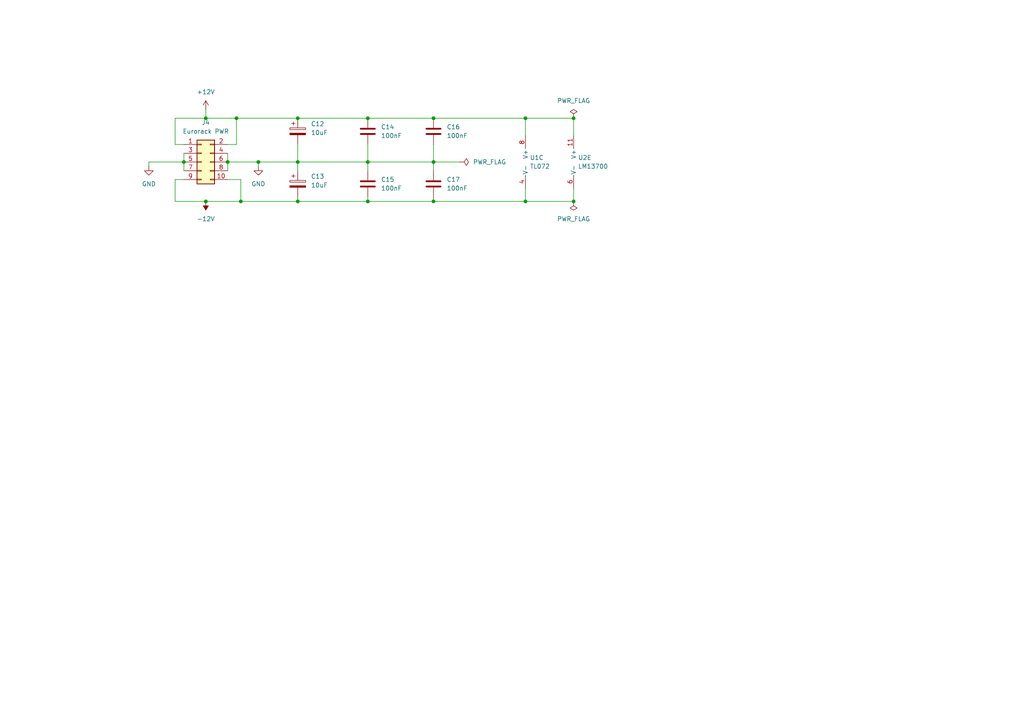
<source format=kicad_sch>
(kicad_sch (version 20250114) (generator "eeschema") (generator_version "9.0")
  (paper "A4")
  (title_block (company "Wooden Stake"))
  (lib_symbols
    (symbol "Amplifier_Operational:LM13700" (pin_names (offset 0.127))
      (property "Reference" "U" (at 3.81 5.08 0))
      (property "Value" "LM13700" (at 5.08 -5.08 0))
      (symbol "LM13700_1_1"
        (polyline (pts (xy 3.81 -0.635) (xy 3.81 -2.54) (xy 5.08 -2.54)))
        (polyline (pts (xy 5.08 0) (xy -5.08 -5.08) (xy -5.08 5.08) (xy 5.08 0)) (stroke (width 0.254)) (fill (type background)))
        (pin input line (at -7.62 2.54 0) (length 2.54) (name "-") (number "13"))
        (pin input line (at -7.62 0 0) (length 2.54) (name "DIODE_BIAS") (number "15"))
        (pin input line (at -7.62 -2.54 0) (length 2.54) (name "+") (number "14"))
        (pin output line (at 7.62 0 180) (length 2.54) (name "~") (number "12"))
        (pin input line (at 7.62 -2.54 180) (length 2.54) (name "~") (number "16"))
      )
      (symbol "LM13700_2_0"
        (polyline (pts (xy -1.905 2.54) (xy -3.175 2.54)))
      )
      (symbol "LM13700_2_1"
        (polyline (pts (xy -3.81 1.27) (xy -3.81 -1.27)))
        (polyline (pts (xy -3.81 0.635) (xy -2.54 1.27) (xy -2.54 1.905) (xy -2.54 2.54)))
        (polyline (pts (xy -3.81 -0.635) (xy -2.54 -1.27)))
        (circle (center -2.54 1.905) (radius 0.254) (stroke (width 0.254)) (fill (type outline)))
        (polyline (pts (xy -2.54 0) (xy -2.54 -2.54)))
        (polyline (pts (xy -2.54 -0.635) (xy -1.27 0) (xy -1.27 1.905) (xy -2.54 1.905)))
        (polyline (pts (xy -2.54 -1.27) (xy -3.175 -0.635) (xy -3.175 -1.27) (xy -2.54 -1.27)) (fill (type outline)))
        (polyline (pts (xy -2.54 -1.905) (xy -1.27 -2.54)))
        (polyline (pts (xy -1.27 -2.54) (xy -1.905 -1.905) (xy -1.905 -2.54) (xy -1.27 -2.54)) (fill (type outline)))
        (text "V+" (at -2.54 3.81 0) (effects (font (size 1.27 1.27))))
        (pin input line (at -7.62 0 0) (length 3.81) (name "~") (number "10"))
        (pin output line (at 2.54 -2.54 180) (length 3.81) (name "~") (number "9"))
      )
      (symbol "LM13700_3_1"
        (polyline (pts (xy 3.81 -0.635) (xy 3.81 -2.54) (xy 5.08 -2.54)))
        (polyline (pts (xy 5.08 0) (xy -5.08 -5.08) (xy -5.08 5.08) (xy 5.08 0)) (stroke (width 0.254)) (fill (type background)))
        (pin input line (at -7.62 2.54 0) (length 2.54) (name "-") (number "4"))
        (pin input line (at -7.62 0 0) (length 2.54) (name "DIODE_BIAS") (number "2"))
        (pin input line (at -7.62 -2.54 0) (length 2.54) (name "+") (number "3"))
        (pin output line (at 7.62 0 180) (length 2.54) (name "~") (number "5"))
        (pin input line (at 7.62 -2.54 180) (length 2.54) (name "~") (number "1"))
      )
      (symbol "LM13700_4_0"
        (polyline (pts (xy -3.175 2.54) (xy -1.905 2.54)))
        (text "V+" (at -2.54 3.81 0) (effects (font (size 1.27 1.27))))
      )
      (symbol "LM13700_4_1"
        (polyline (pts (xy -3.81 1.27) (xy -3.81 -1.27)))
        (polyline (pts (xy -3.81 0.635) (xy -2.54 1.27) (xy -2.54 2.54)))
        (polyline (pts (xy -3.81 -0.635) (xy -2.54 -1.27)))
        (circle (center -2.54 1.905) (radius 0.254) (stroke (width 0.254)) (fill (type outline)))
        (polyline (pts (xy -2.54 0) (xy -2.54 -2.54)))
        (polyline (pts (xy -2.54 -0.635) (xy -1.27 0) (xy -1.27 1.905) (xy -2.54 1.905)))
        (polyline (pts (xy -2.54 -1.27) (xy -3.175 -0.635) (xy -3.175 -1.27) (xy -2.54 -1.27)) (fill (type outline)))
        (polyline (pts (xy -2.54 -1.905) (xy -1.27 -2.54)))
        (polyline (pts (xy -1.27 -2.54) (xy -1.905 -1.905) (xy -1.905 -2.54) (xy -1.27 -2.54)) (fill (type outline)))
        (pin input line (at -7.62 0 0) (length 3.81) (name "~") (number "7"))
        (pin output line (at 2.54 -2.54 180) (length 3.81) (name "~") (number "8"))
      )
      (symbol "LM13700_5_1"
        (pin power_in line (at -2.54 7.62 270) (length 3.81) (name "V+") (number "11"))
        (pin power_in line (at -2.54 -7.62 90) (length 3.81) (name "V-") (number "6"))
      )
    )
    (symbol "Amplifier_Operational:TL072" (pin_names (offset 0.127))
      (property "Reference" "U" (at 0 5.08 0))
      (property "Value" "TL072" (at 0 -5.08 0))
      (symbol "TL072_1_1"
        (polyline (pts (xy -5.08 5.08) (xy 5.08 0) (xy -5.08 -5.08) (xy -5.08 5.08)) (stroke (width 0.254)) (fill (type background)))
        (pin input line (at -7.62 2.54 0) (length 2.54) (name "+") (number "3"))
        (pin input line (at -7.62 -2.54 0) (length 2.54) (name "-") (number "2"))
        (pin output line (at 7.62 0 180) (length 2.54) (name "~") (number "1"))
      )
      (symbol "TL072_2_1"
        (polyline (pts (xy -5.08 5.08) (xy 5.08 0) (xy -5.08 -5.08) (xy -5.08 5.08)) (stroke (width 0.254)) (fill (type background)))
        (pin input line (at -7.62 2.54 0) (length 2.54) (name "+") (number "5"))
        (pin input line (at -7.62 -2.54 0) (length 2.54) (name "-") (number "6"))
        (pin output line (at 7.62 0 180) (length 2.54) (name "~") (number "7"))
      )
      (symbol "TL072_3_1"
        (pin power_in line (at -2.54 7.62 270) (length 3.81) (name "V+") (number "8"))
        (pin power_in line (at -2.54 -7.62 90) (length 3.81) (name "V-") (number "4"))
      )
    )
    (symbol "Connector_Generic:Conn_02x05_Odd_Even" (pin_names (offset 1.016) (hide yes))
      (property "Reference" "J" (at 1.27 7.62 0))
      (property "Value" "Conn_02x05_Odd_Even" (at 1.27 -7.62 0))
      (symbol "Conn_02x05_Odd_Even_1_1"
        (rectangle (start -1.27 6.35) (end 3.81 -6.35) (stroke (width 0.254)) (fill (type background)))
        (rectangle (start -1.27 5.207) (end 0 4.953) (stroke (width 0.1524)))
        (rectangle (start -1.27 2.667) (end 0 2.413) (stroke (width 0.1524)))
        (rectangle (start -1.27 0.127) (end 0 -0.127) (stroke (width 0.1524)))
        (rectangle (start -1.27 -2.413) (end 0 -2.667) (stroke (width 0.1524)))
        (rectangle (start -1.27 -4.953) (end 0 -5.207) (stroke (width 0.1524)))
        (rectangle (start 3.81 5.207) (end 2.54 4.953) (stroke (width 0.1524)))
        (rectangle (start 3.81 2.667) (end 2.54 2.413) (stroke (width 0.1524)))
        (rectangle (start 3.81 0.127) (end 2.54 -0.127) (stroke (width 0.1524)))
        (rectangle (start 3.81 -2.413) (end 2.54 -2.667) (stroke (width 0.1524)))
        (rectangle (start 3.81 -4.953) (end 2.54 -5.207) (stroke (width 0.1524)))
        (pin passive line (at -5.08 5.08 0) (length 3.81) (name "Pin_1") (number "1"))
        (pin passive line (at -5.08 2.54 0) (length 3.81) (name "Pin_3") (number "3"))
        (pin passive line (at -5.08 0 0) (length 3.81) (name "Pin_5") (number "5"))
        (pin passive line (at -5.08 -2.54 0) (length 3.81) (name "Pin_7") (number "7"))
        (pin passive line (at -5.08 -5.08 0) (length 3.81) (name "Pin_9") (number "9"))
        (pin passive line (at 7.62 5.08 180) (length 3.81) (name "Pin_2") (number "2"))
        (pin passive line (at 7.62 2.54 180) (length 3.81) (name "Pin_4") (number "4"))
        (pin passive line (at 7.62 0 180) (length 3.81) (name "Pin_6") (number "6"))
        (pin passive line (at 7.62 -2.54 180) (length 3.81) (name "Pin_8") (number "8"))
        (pin passive line (at 7.62 -5.08 180) (length 3.81) (name "Pin_10") (number "10"))
      )
    )
    (symbol "Device:C" (pin_numbers (hide yes)) (pin_names (offset 0.254))
      (property "Reference" "C" (at 0.635 2.54 0))
      (property "Value" "C" (at 0.635 -2.54 0))
      (symbol "C_0_1"
        (polyline (pts (xy -2.032 0.762) (xy 2.032 0.762)) (stroke (width 0.508)))
        (polyline (pts (xy -2.032 -0.762) (xy 2.032 -0.762)) (stroke (width 0.508)))
      )
      (symbol "C_1_1"
        (pin passive line (at 0 3.81 270) (length 2.794) (name "~") (number "1"))
        (pin passive line (at 0 -3.81 90) (length 2.794) (name "~") (number "2"))
      )
    )
    (symbol "Device:C_Polarized" (pin_numbers (hide yes)) (pin_names (offset 0.254))
      (property "Reference" "C" (at 0.635 2.54 0))
      (property "Value" "C_Polarized" (at 0.635 -2.54 0))
      (symbol "C_Polarized_0_1"
        (rectangle (start -2.286 0.508) (end 2.286 1.016))
        (polyline (pts (xy -1.778 2.286) (xy -0.762 2.286)))
        (polyline (pts (xy -1.27 2.794) (xy -1.27 1.778)))
        (rectangle (start 2.286 -0.508) (end -2.286 -1.016) (fill (type outline)))
      )
      (symbol "C_Polarized_1_1"
        (pin passive line (at 0 3.81 270) (length 2.794) (name "~") (number "1"))
        (pin passive line (at 0 -3.81 90) (length 2.794) (name "~") (number "2"))
      )
    )
    (symbol "power:+12V" (power) (pin_numbers (hide yes)) (pin_names (offset 0) (hide yes))
      (property "Value" "+12V" (at 0 3.556 0))
      (symbol "+12V_0_1"
        (polyline (pts (xy -0.762 1.27) (xy 0 2.54)))
        (polyline (pts (xy 0 2.54) (xy 0.762 1.27)))
        (polyline (pts (xy 0 0) (xy 0 2.54)))
      )
      (symbol "+12V_1_1"
        (pin power_in line (at 0 0 90) (length 0) (name "~") (number "1"))
      )
    )
    (symbol "power:-12V" (power) (pin_numbers (hide yes)) (pin_names (offset 0) (hide yes))
      (property "Value" "-12V" (at 0 3.556 0))
      (symbol "-12V_0_0"
        (pin power_in line (at 0 0 90) (length 0) (name "~") (number "1"))
      )
      (symbol "-12V_0_1"
        (polyline (pts (xy 0 0) (xy 0 1.27) (xy 0.762 1.27) (xy 0 2.54) (xy -0.762 1.27) (xy 0 1.27)) (fill (type outline)))
      )
    )
    (symbol "power:GND" (power) (pin_numbers (hide yes)) (pin_names (offset 0) (hide yes))
      (property "Value" "GND" (at 0 -3.81 0))
      (symbol "GND_0_1"
        (polyline (pts (xy 0 0) (xy 0 -1.27) (xy 1.27 -1.27) (xy 0 -2.54) (xy -1.27 -1.27) (xy 0 -1.27)))
      )
      (symbol "GND_1_1"
        (pin power_in line (at 0 0 270) (length 0) (name "~") (number "1"))
      )
    )
    (symbol "power:PWR_FLAG" (power) (pin_numbers (hide yes)) (pin_names (offset 0) (hide yes))
      (property "Value" "PWR_FLAG" (at 0 3.81 0))
      (symbol "PWR_FLAG_0_0"
        (pin power_out line (at 0 0 90) (length 0) (name "~") (number "1"))
      )
      (symbol "PWR_FLAG_0_1"
        (polyline (pts (xy 0 0) (xy 0 1.27) (xy -1.016 1.905) (xy 0 2.54) (xy 1.016 1.905) (xy 0 1.27)))
      )
    )
  )
  (junction (at 125.73 46.99))
  (junction (at 59.69 58.42))
  (junction (at 152.4 34.29))
  (junction (at 152.4 58.42))
  (junction (at 68.58 34.29))
  (junction (at 53.34 46.99))
  (junction (at 125.73 58.42))
  (junction (at 86.36 58.42))
  (junction (at 59.69 34.29))
  (junction (at 86.36 34.29))
  (junction (at 166.37 34.29))
  (junction (at 86.36 46.99))
  (junction (at 166.37 58.42))
  (junction (at 106.68 34.29))
  (junction (at 74.93 46.99))
  (junction (at 106.68 58.42))
  (junction (at 66.04 46.99))
  (junction (at 106.68 46.99))
  (junction (at 125.73 34.29))
  (junction (at 69.85 58.42))
  (wire (pts (xy 53.34 44.45) (xy 53.34 46.99)))
  (wire (pts (xy 166.37 34.29) (xy 166.37 39.37)))
  (wire (pts (xy 69.85 52.07) (xy 69.85 58.42)))
  (wire (pts (xy 106.68 46.99) (xy 125.73 46.99)))
  (wire (pts (xy 68.58 34.29) (xy 68.58 41.91)))
  (wire (pts (xy 74.93 48.26) (xy 74.93 46.99)))
  (wire (pts (xy 68.58 34.29) (xy 86.36 34.29)))
  (wire (pts (xy 106.68 34.29) (xy 125.73 34.29)))
  (wire (pts (xy 50.8 58.42) (xy 59.69 58.42)))
  (wire (pts (xy 125.73 46.99) (xy 125.73 49.53)))
  (wire (pts (xy 68.58 41.91) (xy 66.04 41.91)))
  (wire (pts (xy 86.36 41.91) (xy 86.36 46.99)))
  (wire (pts (xy 125.73 58.42) (xy 152.4 58.42)))
  (wire (pts (xy 53.34 46.99) (xy 53.34 49.53)))
  (wire (pts (xy 66.04 46.99) (xy 74.93 46.99)))
  (wire (pts (xy 66.04 44.45) (xy 66.04 46.99)))
  (wire (pts (xy 133.35 46.99) (xy 125.73 46.99)))
  (wire (pts (xy 69.85 58.42) (xy 86.36 58.42)))
  (wire (pts (xy 125.73 34.29) (xy 152.4 34.29)))
  (wire (pts (xy 86.36 58.42) (xy 86.36 57.15)))
  (wire (pts (xy 106.68 58.42) (xy 106.68 57.15)))
  (wire (pts (xy 43.18 46.99) (xy 53.34 46.99)))
  (wire (pts (xy 106.68 58.42) (xy 125.73 58.42)))
  (wire (pts (xy 59.69 58.42) (xy 69.85 58.42)))
  (wire (pts (xy 74.93 46.99) (xy 86.36 46.99)))
  (wire (pts (xy 50.8 52.07) (xy 53.34 52.07)))
  (wire (pts (xy 53.34 41.91) (xy 50.8 41.91)))
  (wire (pts (xy 125.73 41.91) (xy 125.73 46.99)))
  (wire (pts (xy 50.8 52.07) (xy 50.8 58.42)))
  (wire (pts (xy 66.04 46.99) (xy 66.04 49.53)))
  (wire (pts (xy 166.37 58.42) (xy 166.37 54.61)))
  (wire (pts (xy 152.4 58.42) (xy 152.4 54.61)))
  (wire (pts (xy 59.69 34.29) (xy 68.58 34.29)))
  (wire (pts (xy 86.36 46.99) (xy 106.68 46.99)))
  (wire (pts (xy 152.4 34.29) (xy 166.37 34.29)))
  (wire (pts (xy 69.85 52.07) (xy 66.04 52.07)))
  (wire (pts (xy 106.68 46.99) (xy 106.68 49.53)))
  (wire (pts (xy 106.68 41.91) (xy 106.68 46.99)))
  (wire (pts (xy 86.36 58.42) (xy 106.68 58.42)))
  (wire (pts (xy 59.69 31.75) (xy 59.69 34.29)))
  (wire (pts (xy 152.4 58.42) (xy 166.37 58.42)))
  (wire (pts (xy 86.36 46.99) (xy 86.36 49.53)))
  (wire (pts (xy 152.4 34.29) (xy 152.4 39.37)))
  (wire (pts (xy 86.36 34.29) (xy 106.68 34.29)))
  (wire (pts (xy 59.69 34.29) (xy 50.8 34.29)))
  (wire (pts (xy 43.18 48.26) (xy 43.18 46.99)))
  (wire (pts (xy 125.73 57.15) (xy 125.73 58.42)))
  (wire (pts (xy 50.8 41.91) (xy 50.8 34.29)))
  (symbol (lib_id "power:PWR_FLAG") (at 133.35 46.99 270) (unit 1)
    (property "Reference" "#FLG01" (effects (hide yes)))
    (property "Value" "PWR_FLAG" (at 137.16 46.9899 90) (effects (justify left)))
    (property "Description" "Special symbol for telling ERC where power comes from" (effects (hide yes)))
  )
  (symbol (lib_id "Connector_Generic:Conn_02x05_Odd_Even") (at 58.42 46.99 0) (unit 1) (exclude_from_sim yes)
    (property "Reference" "J4" (at 59.69 35.56 0))
    (property "Value" "Eurorack PWR" (at 59.69 38.1 0))
    (property "Description" "Generic connector, double row, 02x05, odd/even pin numbering scheme (row 1 odd numbers, row 2 even numbers), script generated (kicad-library-utils/schlib/autogen/connector/)" (effects (hide yes)))
    (property "Sim.Device" "TLINE" (effects (hide yes)))
    (property "Sim.Pins" "1=1+ 2=1- 3=2+ 4=2-" (effects (hide yes)))
  )
  (symbol (lib_id "power:GND") (at 43.18 48.26 0) (unit 1) (exclude_from_sim yes)
    (property "Reference" "#PWR030" (effects (hide yes)))
    (property "Value" "GND" (at 43.18 53.34 0))
    (property "Description" "Power symbol creates a global label with name \"GND\" , ground" (effects (hide yes)))
  )
  (symbol (lib_id "Device:C_Polarized") (at 86.36 53.34 0) (unit 1)
    (property "Reference" "C13" (at 90.17 51.1809 0) (effects (justify left)))
    (property "Value" "10uF" (at 90.17 53.7209 0) (effects (justify left)))
    (property "Description" "Polarized capacitor" (effects (hide yes)))
  )
  (symbol (lib_id "Device:C") (at 106.68 38.1 0) (unit 1)
    (property "Reference" "C14" (at 110.49 36.8299 0) (effects (justify left)))
    (property "Value" "100nF" (at 110.49 39.3699 0) (effects (justify left)))
    (property "Description" "Unpolarized capacitor" (effects (hide yes)))
  )
  (symbol (lib_id "power:-12V") (at 59.69 58.42 180) (unit 1) (exclude_from_sim yes)
    (property "Reference" "#PWR032" (effects (hide yes)))
    (property "Value" "-12V" (at 59.69 63.5 0))
    (property "Description" "Power symbol creates a global label with name \"-12V\"" (effects (hide yes)))
  )
  (symbol (lib_id "power:PWR_FLAG") (at 166.37 58.42 180) (unit 1)
    (property "Reference" "#FLG03" (effects (hide yes)))
    (property "Value" "PWR_FLAG" (at 166.37 63.5 0))
    (property "Description" "Special symbol for telling ERC where power comes from" (effects (hide yes)))
  )
  (symbol (lib_id "power:+12V") (at 59.69 31.75 0) (unit 1) (exclude_from_sim yes)
    (property "Reference" "#PWR031" (effects (hide yes)))
    (property "Value" "+12V" (at 59.69 26.67 0))
    (property "Description" "Power symbol creates a global label with name \"+12V\"" (effects (hide yes)))
  )
  (symbol (lib_id "power:PWR_FLAG") (at 166.37 34.29 0) (unit 1)
    (property "Reference" "#FLG02" (effects (hide yes)))
    (property "Value" "PWR_FLAG" (at 166.37 29.21 0))
    (property "Description" "Special symbol for telling ERC where power comes from" (effects (hide yes)))
  )
  (symbol (lib_id "power:GND") (at 74.93 48.26 0) (mirror y) (unit 1)
    (property "Reference" "#PWR033" (effects (hide yes)))
    (property "Value" "GND" (at 74.93 53.34 0))
    (property "Description" "Power symbol creates a global label with name \"GND\" , ground" (effects (hide yes)))
  )
  (symbol (lib_id "Amplifier_Operational:TL072") (at 154.94 46.99 0) (unit 3)
    (property "Reference" "U1" (at 153.67 45.7199 0) (effects (justify left)))
    (property "Value" "TL072" (at 153.67 48.2599 0) (effects (justify left)))
    (property "Datasheet" "http://www.ti.com/lit/ds/symlink/tl071.pdf" (effects (hide yes)))
    (property "Description" "Dual Low-Noise JFET-Input Operational Amplifiers, DIP-8/SOIC-8" (effects (hide yes)))
    (property "Sim.Library" "spice/TL072-dual.lib" (effects (hide yes)))
    (property "Sim.Name" "TL072" (effects (hide yes)))
    (property "Sim.Device" "SUBCKT" (effects (hide yes)))
    (property "Sim.Pins" "1=1out 2=1in- 3=1in+ 4=vcc- 5=2in+ 6=2in- 7=2out 8=vcc+" (effects (hide yes)))
  )
  (symbol (lib_id "Amplifier_Operational:LM13700") (at 168.91 46.99 0) (unit 5) (exclude_from_sim yes)
    (property "Reference" "U2" (at 167.64 45.7199 0) (effects (justify left)))
    (property "Value" "LM13700" (at 167.64 48.2599 0) (effects (justify left)))
    (property "Datasheet" "http://www.ti.com/lit/ds/symlink/lm13700.pdf" (effects (hide yes)))
    (property "Description" "Dual Operational Transconductance Amplifiers with Linearizing Diodes and Buffers, DIP-16/SOIC-16" (effects (hide yes)))
    (property "Sim.Library" "spice/LM13700-dual.lib" (effects (hide yes)))
    (property "Sim.Name" "LM13700" (effects (hide yes)))
    (property "Sim.Device" "SUBCKT" (effects (hide yes)))
    (property "Sim.Pins" "1=1 2=2 3=3 4=4 5=5 6=6 7=7 8=8 9=9 10=10 11=11 12=12 13=13 14=14 15=15 16=16" (effects (hide yes)))
  )
  (symbol (lib_id "Device:C_Polarized") (at 86.36 38.1 0) (unit 1)
    (property "Reference" "C12" (at 90.17 35.9409 0) (effects (justify left)))
    (property "Value" "10uF" (at 90.17 38.4809 0) (effects (justify left)))
    (property "Description" "Polarized capacitor" (effects (hide yes)))
  )
  (symbol (lib_id "Device:C") (at 125.73 38.1 0) (unit 1)
    (property "Reference" "C16" (at 129.54 36.8299 0) (effects (justify left)))
    (property "Value" "100nF" (at 129.54 39.3699 0) (effects (justify left)))
    (property "Description" "Unpolarized capacitor" (effects (hide yes)))
  )
  (symbol (lib_id "Device:C") (at 125.73 53.34 0) (unit 1)
    (property "Reference" "C17" (at 129.54 52.0699 0) (effects (justify left)))
    (property "Value" "100nF" (at 129.54 54.6099 0) (effects (justify left)))
    (property "Description" "Unpolarized capacitor" (effects (hide yes)))
  )
  (symbol (lib_id "Device:C") (at 106.68 53.34 0) (unit 1)
    (property "Reference" "C15" (at 110.49 52.0699 0) (effects (justify left)))
    (property "Value" "100nF" (at 110.49 54.6099 0) (effects (justify left)))
    (property "Description" "Unpolarized capacitor" (effects (hide yes)))
  )
)
</source>
